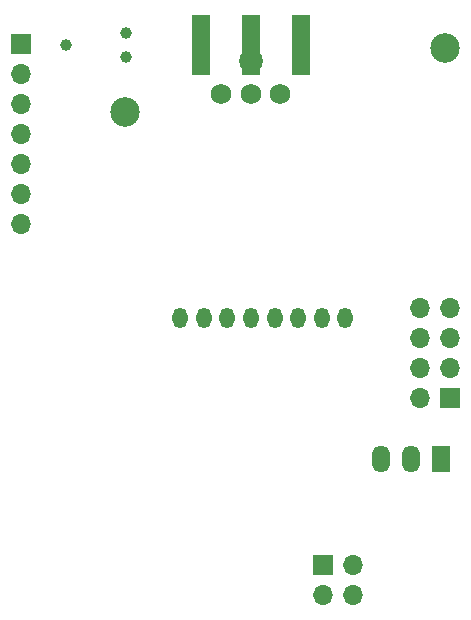
<source format=gbs>
G04 #@! TF.GenerationSoftware,KiCad,Pcbnew,(6.0.1-0)*
G04 #@! TF.CreationDate,2022-03-21T19:15:47+01:00*
G04 #@! TF.ProjectId,ithowifi_4l,6974686f-7769-4666-995f-346c2e6b6963,rev?*
G04 #@! TF.SameCoordinates,Original*
G04 #@! TF.FileFunction,Soldermask,Bot*
G04 #@! TF.FilePolarity,Negative*
%FSLAX46Y46*%
G04 Gerber Fmt 4.6, Leading zero omitted, Abs format (unit mm)*
G04 Created by KiCad (PCBNEW (6.0.1-0)) date 2022-03-21 19:15:47*
%MOMM*%
%LPD*%
G01*
G04 APERTURE LIST*
%ADD10R,1.500000X2.300000*%
%ADD11O,1.500000X2.300000*%
%ADD12R,1.700000X1.700000*%
%ADD13O,1.700000X1.700000*%
%ADD14C,2.500000*%
%ADD15C,0.990600*%
%ADD16C,2.000000*%
%ADD17R,1.500000X5.080000*%
%ADD18O,1.300000X1.750000*%
%ADD19C,1.750000*%
G04 APERTURE END LIST*
D10*
X121259600Y-142951200D03*
D11*
X118719600Y-142951200D03*
X116179600Y-142951200D03*
D12*
X85725000Y-107797600D03*
D13*
X85725000Y-110337600D03*
X85725000Y-112877600D03*
X85725000Y-115417600D03*
X85725000Y-117957600D03*
X85725000Y-120497600D03*
X85725000Y-123037600D03*
D14*
X94488000Y-113538000D03*
D12*
X111292000Y-151928000D03*
D13*
X113832000Y-151928000D03*
X111292000Y-154468000D03*
X113832000Y-154468000D03*
D15*
X94576000Y-106885400D03*
X89496000Y-107901400D03*
X94576000Y-108917400D03*
D16*
X105182180Y-109251460D03*
D14*
X121630000Y-108120000D03*
D12*
X122047000Y-137795000D03*
D13*
X119507000Y-137795000D03*
X122047000Y-135255000D03*
X119507000Y-135255000D03*
X122047000Y-132715000D03*
X119507000Y-132715000D03*
X122047000Y-130175000D03*
X119507000Y-130175000D03*
D17*
X105181400Y-107848400D03*
X100931400Y-107848400D03*
X109431400Y-107848400D03*
D18*
X113172000Y-131039000D03*
X111172000Y-131039000D03*
X109172000Y-131039000D03*
X107172000Y-131039000D03*
X105172000Y-131039000D03*
X103172000Y-131039000D03*
X101172000Y-131039000D03*
X99172000Y-131039000D03*
D19*
X102672000Y-112039000D03*
X105172000Y-112039000D03*
X107672000Y-112039000D03*
M02*

</source>
